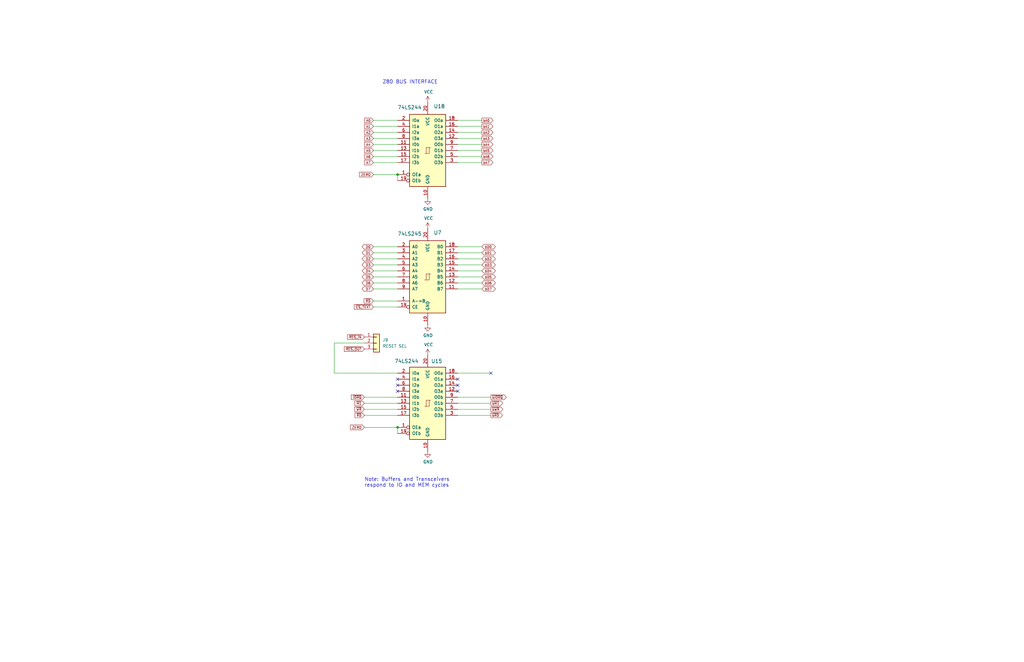
<source format=kicad_sch>
(kicad_sch (version 20211123) (generator eeschema)
  (paper "B")
  (lib_symbols
    (symbol "74xx:74LS244" (pin_names (offset 1.016))
      (property "Reference" "U" (at -7.62 16.51 0))
      (property "Value" "74LS244" (at -7.62 -16.51 0))
      (symbol "74LS244_1_0"
        (polyline (pts (xy -0.635 -1.27) (xy -0.635 1.27) (xy 0.635 1.27)))
        (polyline (pts (xy -1.27 -1.27) (xy 0.635 -1.27) (xy 0.635 1.27) (xy 1.27 1.27)))
        (pin input inverted (at -12.7 -10.16 0) (length 5.08) (name "OEa") (number "1"))
        (pin power_in line (at 0 -20.32 90) (length 5.08) (name "GND") (number "10"))
        (pin input line (at -12.7 2.54 0) (length 5.08) (name "I0b") (number "11"))
        (pin tri_state line (at 12.7 5.08 180) (length 5.08) (name "O3a") (number "12"))
        (pin input line (at -12.7 0 0) (length 5.08) (name "I1b") (number "13"))
        (pin tri_state line (at 12.7 7.62 180) (length 5.08) (name "O2a") (number "14"))
        (pin input line (at -12.7 -2.54 0) (length 5.08) (name "I2b") (number "15"))
        (pin tri_state line (at 12.7 10.16 180) (length 5.08) (name "O1a") (number "16"))
        (pin input line (at -12.7 -5.08 0) (length 5.08) (name "I3b") (number "17"))
        (pin tri_state line (at 12.7 12.7 180) (length 5.08) (name "O0a") (number "18"))
        (pin input inverted (at -12.7 -12.7 0) (length 5.08) (name "OEb") (number "19"))
        (pin input line (at -12.7 12.7 0) (length 5.08) (name "I0a") (number "2"))
        (pin power_in line (at 0 20.32 270) (length 5.08) (name "VCC") (number "20"))
        (pin tri_state line (at 12.7 -5.08 180) (length 5.08) (name "O3b") (number "3"))
        (pin input line (at -12.7 10.16 0) (length 5.08) (name "I1a") (number "4"))
        (pin tri_state line (at 12.7 -2.54 180) (length 5.08) (name "O2b") (number "5"))
        (pin input line (at -12.7 7.62 0) (length 5.08) (name "I2a") (number "6"))
        (pin tri_state line (at 12.7 0 180) (length 5.08) (name "O1b") (number "7"))
        (pin input line (at -12.7 5.08 0) (length 5.08) (name "I3a") (number "8"))
        (pin tri_state line (at 12.7 2.54 180) (length 5.08) (name "O0b") (number "9"))
      )
      (symbol "74LS244_1_1"
        (rectangle (start -7.62 15.24) (end 7.62 -15.24) (stroke (width 0.254)) (fill (type background)))
      )
    )
    (symbol "74xx:74LS245" (pin_names (offset 1.016))
      (property "Reference" "U" (at -7.62 16.51 0))
      (property "Value" "74LS245" (at -7.62 -16.51 0))
      (symbol "74LS245_1_0"
        (polyline (pts (xy -0.635 -1.27) (xy -0.635 1.27) (xy 0.635 1.27)))
        (polyline (pts (xy -1.27 -1.27) (xy 0.635 -1.27) (xy 0.635 1.27) (xy 1.27 1.27)))
        (pin input line (at -12.7 -10.16 0) (length 5.08) (name "A->B") (number "1"))
        (pin power_in line (at 0 -20.32 90) (length 5.08) (name "GND") (number "10"))
        (pin tri_state line (at 12.7 -5.08 180) (length 5.08) (name "B7") (number "11"))
        (pin tri_state line (at 12.7 -2.54 180) (length 5.08) (name "B6") (number "12"))
        (pin tri_state line (at 12.7 0 180) (length 5.08) (name "B5") (number "13"))
        (pin tri_state line (at 12.7 2.54 180) (length 5.08) (name "B4") (number "14"))
        (pin tri_state line (at 12.7 5.08 180) (length 5.08) (name "B3") (number "15"))
        (pin tri_state line (at 12.7 7.62 180) (length 5.08) (name "B2") (number "16"))
        (pin tri_state line (at 12.7 10.16 180) (length 5.08) (name "B1") (number "17"))
        (pin tri_state line (at 12.7 12.7 180) (length 5.08) (name "B0") (number "18"))
        (pin input inverted (at -12.7 -12.7 0) (length 5.08) (name "CE") (number "19"))
        (pin tri_state line (at -12.7 12.7 0) (length 5.08) (name "A0") (number "2"))
        (pin power_in line (at 0 20.32 270) (length 5.08) (name "VCC") (number "20"))
        (pin tri_state line (at -12.7 10.16 0) (length 5.08) (name "A1") (number "3"))
        (pin tri_state line (at -12.7 7.62 0) (length 5.08) (name "A2") (number "4"))
        (pin tri_state line (at -12.7 5.08 0) (length 5.08) (name "A3") (number "5"))
        (pin tri_state line (at -12.7 2.54 0) (length 5.08) (name "A4") (number "6"))
        (pin tri_state line (at -12.7 0 0) (length 5.08) (name "A5") (number "7"))
        (pin tri_state line (at -12.7 -2.54 0) (length 5.08) (name "A6") (number "8"))
        (pin tri_state line (at -12.7 -5.08 0) (length 5.08) (name "A7") (number "9"))
      )
      (symbol "74LS245_1_1"
        (rectangle (start -7.62 15.24) (end 7.62 -15.24) (stroke (width 0.254)) (fill (type background)))
      )
    )
    (symbol "Connector_Generic:Conn_01x03" (pin_names (offset 1.016) hide)
      (property "Reference" "J" (at 0 5.08 0))
      (property "Value" "Conn_01x03" (at 0 -5.08 0))
      (symbol "Conn_01x03_1_1"
        (rectangle (start -1.27 -2.413) (end 0 -2.667) (stroke (width 0.1524)))
        (rectangle (start -1.27 0.127) (end 0 -0.127) (stroke (width 0.1524)))
        (rectangle (start -1.27 2.667) (end 0 2.413) (stroke (width 0.1524)))
        (rectangle (start -1.27 3.81) (end 1.27 -3.81) (stroke (width 0.254)) (fill (type background)))
        (pin passive line (at -5.08 2.54 0) (length 3.81) (name "Pin_1") (number "1"))
        (pin passive line (at -5.08 0 0) (length 3.81) (name "Pin_2") (number "2"))
        (pin passive line (at -5.08 -2.54 0) (length 3.81) (name "Pin_3") (number "3"))
      )
    )
    (symbol "power:GND" (power) (pin_names (offset 0))
      (property "Value" "GND" (at 0 -3.81 0))
      (symbol "GND_0_1"
        (polyline (pts (xy 0 0) (xy 0 -1.27) (xy 1.27 -1.27) (xy 0 -2.54) (xy -1.27 -1.27) (xy 0 -1.27)))
      )
      (symbol "GND_1_1"
        (pin power_in line (at 0 0 270) (length 0) hide (name "GND") (number "1"))
      )
    )
    (symbol "power:VCC" (power) (pin_names (offset 0))
      (property "Value" "VCC" (at 0 3.81 0))
      (symbol "VCC_0_1"
        (polyline (pts (xy -0.762 1.27) (xy 0 2.54)))
        (polyline (pts (xy 0 0) (xy 0 2.54)))
        (polyline (pts (xy 0 2.54) (xy 0.762 1.27)))
      )
      (symbol "VCC_1_1"
        (pin power_in line (at 0 0 90) (length 0) hide (name "VCC") (number "1"))
      )
    )
  )
  (junction (at 167.64 180.34))
  (junction (at 167.64 73.66))
  (no_connect (at 167.64 162.56))
  (no_connect (at 167.64 160.02))
  (no_connect (at 193.04 160.02))
  (no_connect (at 193.04 165.1))
  (no_connect (at 207.01 157.48))
  (no_connect (at 193.04 162.56))
  (no_connect (at 167.64 165.1))
  (wire (pts (xy 193.04 60.96) (xy 203.2 60.96)))
  (wire (pts (xy 193.04 167.64) (xy 207.01 167.64)))
  (wire (pts (xy 193.04 104.14) (xy 203.2 104.14)))
  (wire (pts (xy 157.48 119.38) (xy 167.64 119.38)))
  (wire (pts (xy 193.04 66.04) (xy 203.2 66.04)))
  (wire (pts (xy 167.64 180.34) (xy 167.64 182.88)))
  (wire (pts (xy 153.67 170.18) (xy 167.64 170.18)))
  (wire (pts (xy 157.48 127) (xy 167.64 127)))
  (wire (pts (xy 157.48 63.5) (xy 167.64 63.5)))
  (wire (pts (xy 157.48 106.68) (xy 167.64 106.68)))
  (wire (pts (xy 157.48 53.34) (xy 167.64 53.34)))
  (wire (pts (xy 193.04 68.58) (xy 203.2 68.58)))
  (wire (pts (xy 157.48 116.84) (xy 167.64 116.84)))
  (wire (pts (xy 193.04 157.48) (xy 207.01 157.48)))
  (wire (pts (xy 157.48 66.04) (xy 167.64 66.04)))
  (wire (pts (xy 157.48 68.58) (xy 167.64 68.58)))
  (wire (pts (xy 157.48 104.14) (xy 167.64 104.14)))
  (wire (pts (xy 157.48 109.22) (xy 167.64 109.22)))
  (wire (pts (xy 193.04 111.76) (xy 203.2 111.76)))
  (wire (pts (xy 157.48 114.3) (xy 167.64 114.3)))
  (wire (pts (xy 193.04 50.8) (xy 203.2 50.8)))
  (wire (pts (xy 153.67 167.64) (xy 167.64 167.64)))
  (wire (pts (xy 157.48 55.88) (xy 167.64 55.88)))
  (wire (pts (xy 193.04 106.68) (xy 203.2 106.68)))
  (wire (pts (xy 193.04 175.26) (xy 207.01 175.26)))
  (wire (pts (xy 157.48 121.92) (xy 167.64 121.92)))
  (wire (pts (xy 157.48 50.8) (xy 167.64 50.8)))
  (wire (pts (xy 157.48 58.42) (xy 167.64 58.42)))
  (wire (pts (xy 140.97 157.48) (xy 167.64 157.48)))
  (wire (pts (xy 193.04 121.92) (xy 203.2 121.92)))
  (wire (pts (xy 193.04 116.84) (xy 203.2 116.84)))
  (wire (pts (xy 153.67 172.72) (xy 167.64 172.72)))
  (wire (pts (xy 153.67 180.34) (xy 167.64 180.34)))
  (wire (pts (xy 157.48 129.54) (xy 167.64 129.54)))
  (wire (pts (xy 140.97 144.78) (xy 140.97 157.48)))
  (wire (pts (xy 193.04 55.88) (xy 203.2 55.88)))
  (wire (pts (xy 193.04 172.72) (xy 207.01 172.72)))
  (wire (pts (xy 157.48 60.96) (xy 167.64 60.96)))
  (wire (pts (xy 193.04 53.34) (xy 203.2 53.34)))
  (wire (pts (xy 193.04 109.22) (xy 203.2 109.22)))
  (wire (pts (xy 157.48 111.76) (xy 167.64 111.76)))
  (wire (pts (xy 193.04 114.3) (xy 203.2 114.3)))
  (wire (pts (xy 140.97 144.78) (xy 153.67 144.78)))
  (wire (pts (xy 167.64 76.2) (xy 167.64 73.66)))
  (wire (pts (xy 157.48 73.66) (xy 167.64 73.66)))
  (wire (pts (xy 153.67 175.26) (xy 167.64 175.26)))
  (wire (pts (xy 193.04 63.5) (xy 203.2 63.5)))
  (wire (pts (xy 193.04 119.38) (xy 203.2 119.38)))
  (wire (pts (xy 193.04 58.42) (xy 203.2 58.42)))
  (wire (pts (xy 193.04 170.18) (xy 207.01 170.18)))
  (text "Z80 BUS INTERFACE" (at 161.29 35.56 0) (effects (font (size 1.524 1.524)) (justify left bottom)))
  (text "Note: Buffers and Transceivers\nrespond to IO and MEM cycles" (at 153.67 205.74 0) (effects (font (size 1.524 1.524)) (justify left bottom)))
  (global_label "bD5" (shape bidirectional) (at 203.2 116.84 0) (effects (font (size 1.016 1.016))) (property "Intersheet References" "${INTERSHEET_REFS}" (effects hide)))
  (global_label "~{RES_OUT}" (shape input) (at 153.67 147.32 180) (effects (font (size 1.016 1.016))) (property "Intersheet References" "${INTERSHEET_REFS}" (effects hide)))
  (global_label "bA4" (shape output) (at 203.2 60.96 0) (effects (font (size 1.016 1.016))) (property "Intersheet References" "${INTERSHEET_REFS}" (effects hide)))
  (global_label "D4" (shape bidirectional) (at 157.48 114.3 180) (effects (font (size 1.016 1.016))) (property "Intersheet References" "${INTERSHEET_REFS}" (effects hide)))
  (global_label "~{RES_IN}" (shape input) (at 153.67 142.24 180) (effects (font (size 1.016 1.016))) (property "Intersheet References" "${INTERSHEET_REFS}" (effects hide)))
  (global_label "~{bWR}" (shape output) (at 207.01 172.72 0) (effects (font (size 1.016 1.016))) (property "Intersheet References" "${INTERSHEET_REFS}" (effects hide)))
  (global_label "~{bIORQ}" (shape output) (at 207.01 167.64 0) (effects (font (size 1.016 1.016))) (property "Intersheet References" "${INTERSHEET_REFS}" (effects hide)))
  (global_label "~{WR}" (shape input) (at 153.67 172.72 180) (effects (font (size 1.016 1.016))) (property "Intersheet References" "${INTERSHEET_REFS}" (effects hide)))
  (global_label "bA3" (shape output) (at 203.2 58.42 0) (effects (font (size 1.016 1.016))) (property "Intersheet References" "${INTERSHEET_REFS}" (effects hide)))
  (global_label "D3" (shape bidirectional) (at 157.48 111.76 180) (effects (font (size 1.016 1.016))) (property "Intersheet References" "${INTERSHEET_REFS}" (effects hide)))
  (global_label "ZERO" (shape input) (at 153.67 180.34 180) (effects (font (size 1.016 1.016))) (property "Intersheet References" "${INTERSHEET_REFS}" (effects hide)))
  (global_label "bD2" (shape bidirectional) (at 203.2 109.22 0) (effects (font (size 1.016 1.016))) (property "Intersheet References" "${INTERSHEET_REFS}" (effects hide)))
  (global_label "~{CS_TEXT}" (shape input) (at 157.48 129.54 180) (effects (font (size 1.016 1.016))) (property "Intersheet References" "${INTERSHEET_REFS}" (effects hide)))
  (global_label "A7" (shape input) (at 157.48 68.58 180) (effects (font (size 1.016 1.016))) (property "Intersheet References" "${INTERSHEET_REFS}" (effects hide)))
  (global_label "A1" (shape input) (at 157.48 53.34 180) (effects (font (size 1.016 1.016))) (property "Intersheet References" "${INTERSHEET_REFS}" (effects hide)))
  (global_label "bD7" (shape bidirectional) (at 203.2 121.92 0) (effects (font (size 1.016 1.016))) (property "Intersheet References" "${INTERSHEET_REFS}" (effects hide)))
  (global_label "D6" (shape bidirectional) (at 157.48 119.38 180) (effects (font (size 1.016 1.016))) (property "Intersheet References" "${INTERSHEET_REFS}" (effects hide)))
  (global_label "~{bRD}" (shape output) (at 207.01 175.26 0) (effects (font (size 1.016 1.016))) (property "Intersheet References" "${INTERSHEET_REFS}" (effects hide)))
  (global_label "ZERO" (shape input) (at 157.48 73.66 180) (effects (font (size 1.016 1.016))) (property "Intersheet References" "${INTERSHEET_REFS}" (effects hide)))
  (global_label "~{IORQ}" (shape input) (at 153.67 167.64 180) (effects (font (size 1.016 1.016))) (property "Intersheet References" "${INTERSHEET_REFS}" (effects hide)))
  (global_label "bA0" (shape output) (at 203.2 50.8 0) (effects (font (size 1.016 1.016))) (property "Intersheet References" "${INTERSHEET_REFS}" (effects hide)))
  (global_label "~{M1}" (shape input) (at 153.67 170.18 180) (effects (font (size 1.016 1.016))) (property "Intersheet References" "${INTERSHEET_REFS}" (effects hide)))
  (global_label "D1" (shape bidirectional) (at 157.48 106.68 180) (effects (font (size 1.016 1.016))) (property "Intersheet References" "${INTERSHEET_REFS}" (effects hide)))
  (global_label "bA6" (shape output) (at 203.2 66.04 0) (effects (font (size 1.016 1.016))) (property "Intersheet References" "${INTERSHEET_REFS}" (effects hide)))
  (global_label "D5" (shape bidirectional) (at 157.48 116.84 180) (effects (font (size 1.016 1.016))) (property "Intersheet References" "${INTERSHEET_REFS}" (effects hide)))
  (global_label "bD3" (shape bidirectional) (at 203.2 111.76 0) (effects (font (size 1.016 1.016))) (property "Intersheet References" "${INTERSHEET_REFS}" (effects hide)))
  (global_label "A2" (shape input) (at 157.48 55.88 180) (effects (font (size 1.016 1.016))) (property "Intersheet References" "${INTERSHEET_REFS}" (effects hide)))
  (global_label "A4" (shape input) (at 157.48 60.96 180) (effects (font (size 1.016 1.016))) (property "Intersheet References" "${INTERSHEET_REFS}" (effects hide)))
  (global_label "D2" (shape bidirectional) (at 157.48 109.22 180) (effects (font (size 1.016 1.016))) (property "Intersheet References" "${INTERSHEET_REFS}" (effects hide)))
  (global_label "bA2" (shape output) (at 203.2 55.88 0) (effects (font (size 1.016 1.016))) (property "Intersheet References" "${INTERSHEET_REFS}" (effects hide)))
  (global_label "bA1" (shape output) (at 203.2 53.34 0) (effects (font (size 1.016 1.016))) (property "Intersheet References" "${INTERSHEET_REFS}" (effects hide)))
  (global_label "bA7" (shape output) (at 203.2 68.58 0) (effects (font (size 1.016 1.016))) (property "Intersheet References" "${INTERSHEET_REFS}" (effects hide)))
  (global_label "bD4" (shape bidirectional) (at 203.2 114.3 0) (effects (font (size 1.016 1.016))) (property "Intersheet References" "${INTERSHEET_REFS}" (effects hide)))
  (global_label "D7" (shape bidirectional) (at 157.48 121.92 180) (effects (font (size 1.016 1.016))) (property "Intersheet References" "${INTERSHEET_REFS}" (effects hide)))
  (global_label "~{RD}" (shape input) (at 157.48 127 180) (effects (font (size 1.016 1.016))) (property "Intersheet References" "${INTERSHEET_REFS}" (effects hide)))
  (global_label "~{RD}" (shape input) (at 153.67 175.26 180) (effects (font (size 1.016 1.016))) (property "Intersheet References" "${INTERSHEET_REFS}" (effects hide)))
  (global_label "A3" (shape input) (at 157.48 58.42 180) (effects (font (size 1.016 1.016))) (property "Intersheet References" "${INTERSHEET_REFS}" (effects hide)))
  (global_label "bD1" (shape bidirectional) (at 203.2 106.68 0) (effects (font (size 1.016 1.016))) (property "Intersheet References" "${INTERSHEET_REFS}" (effects hide)))
  (global_label "A6" (shape input) (at 157.48 66.04 180) (effects (font (size 1.016 1.016))) (property "Intersheet References" "${INTERSHEET_REFS}" (effects hide)))
  (global_label "~{bM1}" (shape output) (at 207.01 170.18 0) (effects (font (size 1.016 1.016))) (property "Intersheet References" "${INTERSHEET_REFS}" (effects hide)))
  (global_label "bD6" (shape bidirectional) (at 203.2 119.38 0) (effects (font (size 1.016 1.016))) (property "Intersheet References" "${INTERSHEET_REFS}" (effects hide)))
  (global_label "bA5" (shape output) (at 203.2 63.5 0) (effects (font (size 1.016 1.016))) (property "Intersheet References" "${INTERSHEET_REFS}" (effects hide)))
  (global_label "A5" (shape input) (at 157.48 63.5 180) (effects (font (size 1.016 1.016))) (property "Intersheet References" "${INTERSHEET_REFS}" (effects hide)))
  (global_label "D0" (shape bidirectional) (at 157.48 104.14 180) (effects (font (size 1.016 1.016))) (property "Intersheet References" "${INTERSHEET_REFS}" (effects hide)))
  (global_label "A0" (shape input) (at 157.48 50.8 180) (effects (font (size 1.016 1.016))) (property "Intersheet References" "${INTERSHEET_REFS}" (effects hide)))
  (global_label "bD0" (shape bidirectional) (at 203.2 104.14 0) (effects (font (size 1.016 1.016))) (property "Intersheet References" "${INTERSHEET_REFS}" (effects hide)))
  (symbol (lib_id "74xx:74LS245") (at 180.34 116.84 0) (unit 1)
    (property "Reference" "U7" (at 182.88 99.06 0) (effects (font (size 1.524 1.524)) (justify left bottom)))
    (property "Value" "74LS245" (at 167.64 97.79 0) (effects (font (size 1.524 1.524)) (justify left top)))
    (property "Footprint" "Package_DIP:DIP-20_W7.62mm_Socket" (effects hide))
    (property "Datasheet" "http://www.ti.com/lit/gpn/sn74LS245" (effects hide))
  )
  (symbol (lib_id "power:VCC") (at 180.34 43.18 0) (unit 1)
    (property "Reference" "#PWR037" (effects hide))
    (property "Value" "VCC" (at 180.721 38.7858 0))
  )
  (symbol (lib_id "power:GND") (at 180.34 83.82 0) (unit 1)
    (property "Reference" "#PWR038" (effects hide))
    (property "Value" "GND" (at 180.467 88.2142 0))
  )
  (symbol (lib_id "power:VCC") (at 180.34 96.52 0) (unit 1)
    (property "Reference" "#PWR039" (effects hide))
    (property "Value" "VCC" (at 180.721 92.1258 0))
  )
  (symbol (lib_id "power:VCC") (at 180.34 149.86 0) (unit 1)
    (property "Reference" "#PWR041" (effects hide))
    (property "Value" "VCC" (at 180.721 145.4658 0))
  )
  (symbol (lib_id "power:GND") (at 180.34 137.16 0) (unit 1)
    (property "Reference" "#PWR040" (effects hide))
    (property "Value" "GND" (at 180.467 141.5542 0))
  )
  (symbol (lib_id "power:GND") (at 180.34 190.5 0) (unit 1)
    (property "Reference" "#PWR042" (effects hide))
    (property "Value" "GND" (at 180.467 194.8942 0))
  )
  (symbol (lib_id "74xx:74LS244") (at 180.34 170.18 0) (unit 1)
    (property "Reference" "U15" (at 184.15 152.4 0) (effects (font (size 1.524 1.524))))
    (property "Value" "74LS244" (at 171.45 152.4 0) (effects (font (size 1.524 1.524))))
    (property "Footprint" "Package_DIP:DIP-20_W7.62mm_Socket" (effects hide))
    (property "Datasheet" "http://www.ti.com/lit/ds/symlink/sn74ls244.pdf" (effects hide))
  )
  (symbol (lib_id "74xx:74LS244") (at 180.34 63.5 0) (unit 1)
    (property "Reference" "U18" (at 182.88 45.72 0) (effects (font (size 1.524 1.524)) (justify left bottom)))
    (property "Value" "74LS244" (at 167.64 44.45 0) (effects (font (size 1.524 1.524)) (justify left top)))
    (property "Footprint" "Package_DIP:DIP-20_W7.62mm_Socket" (effects hide))
    (property "Datasheet" "http://www.ti.com/lit/ds/symlink/sn74ls244.pdf" (effects hide))
  )
  (symbol (lib_id "Connector_Generic:Conn_01x03") (at 158.75 144.78 0) (unit 1)
    (property "Reference" "J9" (at 161.29 143.5099 0) (effects (justify left)))
    (property "Value" "RESET SEL" (at 161.29 146.0499 0) (effects (justify left)))
    (property "Footprint" "Connector_PinHeader_2.54mm:PinHeader_1x03_P2.54mm_Vertical" (effects hide))
  )
)
</source>
